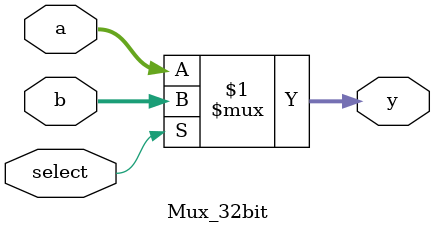
<source format=v>
`timescale 1ns / 1ps


module Mux_32bit(
    input [31:0] a,
    input [31:0] b,
    input select,
    output [31:0] y
    );

    assign y = (select) ? b : a ;
    
endmodule


</source>
